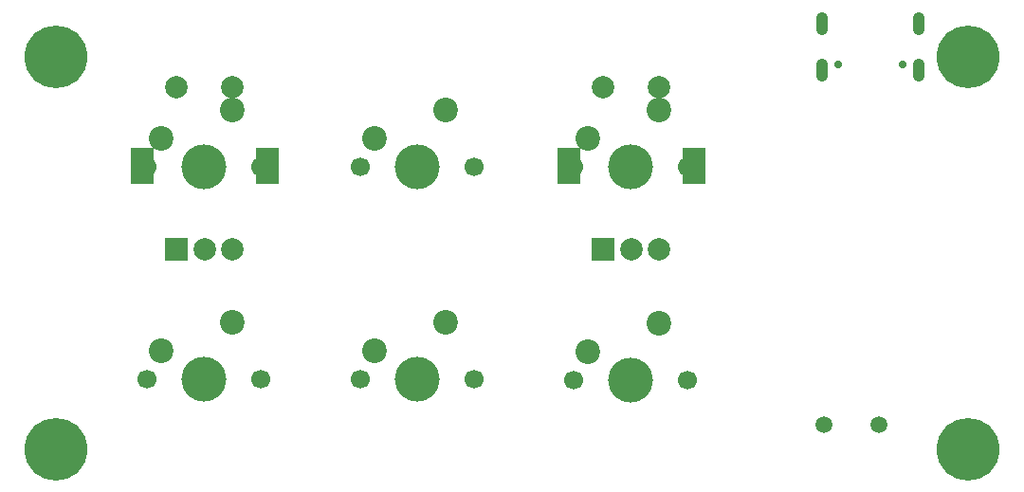
<source format=gbr>
G04 #@! TF.GenerationSoftware,KiCad,Pcbnew,(5.1.9)-1*
G04 #@! TF.CreationDate,2021-03-12T14:24:21+01:00*
G04 #@! TF.ProjectId,case_keypad,63617365-5f6b-4657-9970-61642e6b6963,rev?*
G04 #@! TF.SameCoordinates,Original*
G04 #@! TF.FileFunction,Soldermask,Bot*
G04 #@! TF.FilePolarity,Negative*
%FSLAX46Y46*%
G04 Gerber Fmt 4.6, Leading zero omitted, Abs format (unit mm)*
G04 Created by KiCad (PCBNEW (5.1.9)-1) date 2021-03-12 14:24:21*
%MOMM*%
%LPD*%
G01*
G04 APERTURE LIST*
%ADD10C,5.600000*%
%ADD11C,0.700000*%
%ADD12O,1.050000X2.100000*%
%ADD13C,1.500000*%
%ADD14C,1.700000*%
%ADD15C,4.000000*%
%ADD16C,2.200000*%
%ADD17R,2.000000X2.000000*%
%ADD18C,2.000000*%
%ADD19R,2.000000X3.200000*%
G04 APERTURE END LIST*
D10*
G04 #@! TO.C,REF\u002A\u002A*
X77500000Y-102000000D03*
G04 #@! TD*
G04 #@! TO.C,REF\u002A\u002A*
X77500000Y-67000000D03*
G04 #@! TD*
G04 #@! TO.C,REF\u002A\u002A*
X159000000Y-102000000D03*
G04 #@! TD*
G04 #@! TO.C,REF\u002A\u002A*
X159000000Y-67000000D03*
G04 #@! TD*
D11*
G04 #@! TO.C,J1*
X147360000Y-67650000D03*
X153140000Y-67650000D03*
D12*
X145930000Y-64000000D03*
X154570000Y-64000000D03*
X145930000Y-68180000D03*
X154570000Y-68180000D03*
G04 #@! TD*
D13*
G04 #@! TO.C,16 MHz*
X150980000Y-99800000D03*
X146100000Y-99800000D03*
G04 #@! TD*
D14*
G04 #@! TO.C,SW9*
X133940000Y-95880000D03*
X123780000Y-95880000D03*
D15*
X128860000Y-95880000D03*
D16*
X125050000Y-93340000D03*
X131400000Y-90800000D03*
G04 #@! TD*
D14*
G04 #@! TO.C,SW8*
X133940000Y-76780000D03*
X123780000Y-76780000D03*
D15*
X128860000Y-76780000D03*
D16*
X125050000Y-74240000D03*
X131400000Y-71700000D03*
G04 #@! TD*
D14*
G04 #@! TO.C,SW6*
X114840000Y-95780000D03*
X104680000Y-95780000D03*
D15*
X109760000Y-95780000D03*
D16*
X105950000Y-93240000D03*
X112300000Y-90700000D03*
G04 #@! TD*
D14*
G04 #@! TO.C,SW5*
X114840000Y-76780000D03*
X104680000Y-76780000D03*
D15*
X109760000Y-76780000D03*
D16*
X105950000Y-74240000D03*
X112300000Y-71700000D03*
G04 #@! TD*
D14*
G04 #@! TO.C,SW4*
X95780000Y-95800000D03*
X85620000Y-95800000D03*
D15*
X90700000Y-95800000D03*
D16*
X86890000Y-93260000D03*
X93240000Y-90720000D03*
G04 #@! TD*
D14*
G04 #@! TO.C,SW3*
X95840000Y-76780000D03*
X85680000Y-76780000D03*
D15*
X90760000Y-76780000D03*
D16*
X86950000Y-74240000D03*
X93300000Y-71700000D03*
G04 #@! TD*
D17*
G04 #@! TO.C,SW7*
X126400000Y-84200000D03*
D18*
X128900000Y-84200000D03*
X131400000Y-84200000D03*
D19*
X123300000Y-76700000D03*
X134500000Y-76700000D03*
D18*
X126400000Y-69700000D03*
X131400000Y-69700000D03*
G04 #@! TD*
D17*
G04 #@! TO.C,SW2*
X88300000Y-84200000D03*
D18*
X90800000Y-84200000D03*
X93300000Y-84200000D03*
D19*
X85200000Y-76700000D03*
X96400000Y-76700000D03*
D18*
X88300000Y-69700000D03*
X93300000Y-69700000D03*
G04 #@! TD*
M02*

</source>
